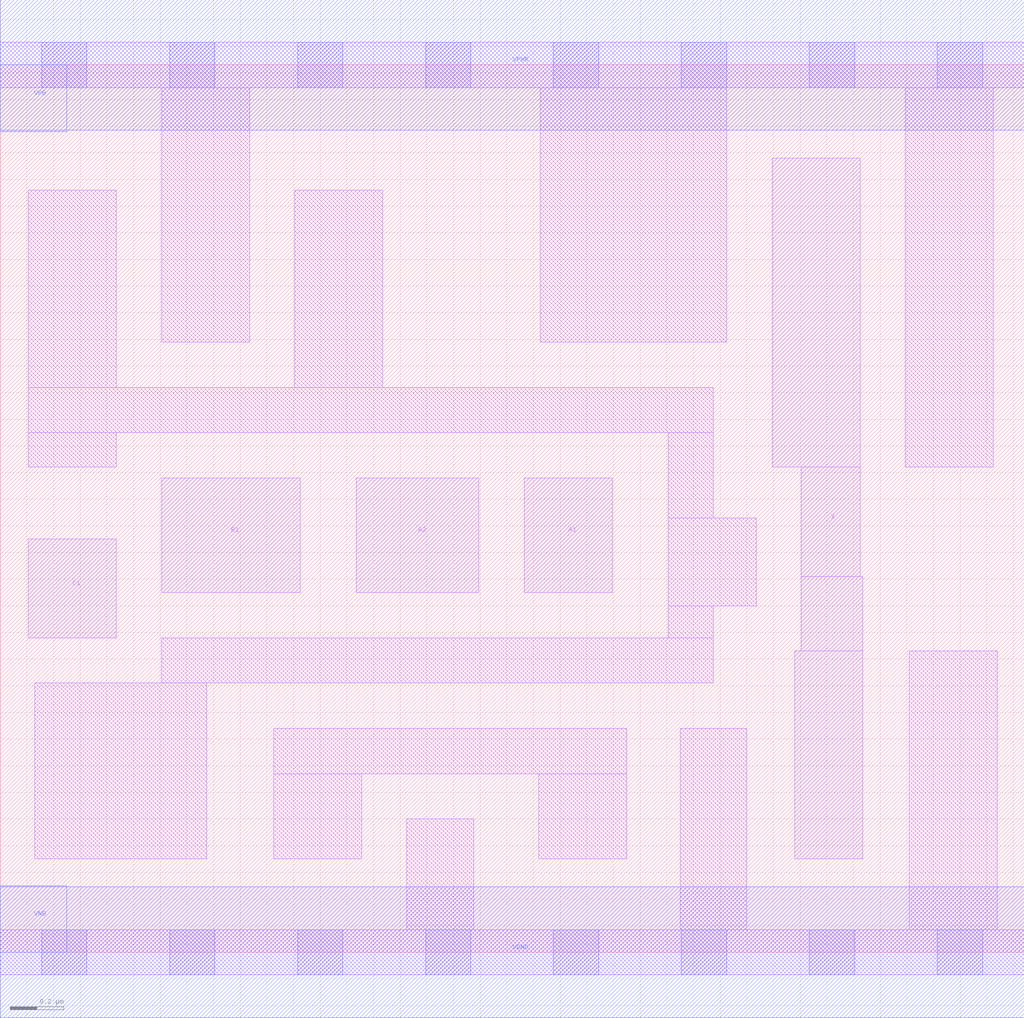
<source format=lef>
# Copyright 2020 The SkyWater PDK Authors
#
# Licensed under the Apache License, Version 2.0 (the "License");
# you may not use this file except in compliance with the License.
# You may obtain a copy of the License at
#
#     https://www.apache.org/licenses/LICENSE-2.0
#
# Unless required by applicable law or agreed to in writing, software
# distributed under the License is distributed on an "AS IS" BASIS,
# WITHOUT WARRANTIES OR CONDITIONS OF ANY KIND, either express or implied.
# See the License for the specific language governing permissions and
# limitations under the License.
#
# SPDX-License-Identifier: Apache-2.0

VERSION 5.5 ;
NAMESCASESENSITIVE ON ;
BUSBITCHARS "[]" ;
DIVIDERCHAR "/" ;
MACRO sky130_fd_sc_hs__o211a_2
  CLASS CORE ;
  SOURCE USER ;
  ORIGIN  0.000000  0.000000 ;
  SIZE  3.840000 BY  3.330000 ;
  SYMMETRY X Y ;
  SITE unit ;
  PIN A1
    ANTENNAGATEAREA  0.261000 ;
    DIRECTION INPUT ;
    USE SIGNAL ;
    PORT
      LAYER li1 ;
        RECT 1.965000 1.350000 2.295000 1.780000 ;
    END
  END A1
  PIN A2
    ANTENNAGATEAREA  0.261000 ;
    DIRECTION INPUT ;
    USE SIGNAL ;
    PORT
      LAYER li1 ;
        RECT 1.335000 1.350000 1.795000 1.780000 ;
    END
  END A2
  PIN B1
    ANTENNAGATEAREA  0.261000 ;
    DIRECTION INPUT ;
    USE SIGNAL ;
    PORT
      LAYER li1 ;
        RECT 0.605000 1.350000 1.125000 1.780000 ;
    END
  END B1
  PIN C1
    ANTENNAGATEAREA  0.261000 ;
    DIRECTION INPUT ;
    USE SIGNAL ;
    PORT
      LAYER li1 ;
        RECT 0.105000 1.180000 0.435000 1.550000 ;
    END
  END C1
  PIN X
    ANTENNADIFFAREA  0.543200 ;
    DIRECTION OUTPUT ;
    USE SIGNAL ;
    PORT
      LAYER li1 ;
        RECT 2.895000 1.820000 3.225000 2.980000 ;
        RECT 2.980000 0.350000 3.235000 1.130000 ;
        RECT 3.005000 1.130000 3.235000 1.410000 ;
        RECT 3.005000 1.410000 3.225000 1.820000 ;
    END
  END X
  PIN VGND
    DIRECTION INOUT ;
    USE GROUND ;
    PORT
      LAYER met1 ;
        RECT 0.000000 -0.245000 3.840000 0.245000 ;
    END
  END VGND
  PIN VNB
    DIRECTION INOUT ;
    USE GROUND ;
    PORT
      LAYER met1 ;
        RECT 0.000000 0.000000 0.250000 0.250000 ;
    END
  END VNB
  PIN VPB
    DIRECTION INOUT ;
    USE POWER ;
    PORT
      LAYER met1 ;
        RECT 0.000000 3.080000 0.250000 3.330000 ;
    END
  END VPB
  PIN VPWR
    DIRECTION INOUT ;
    USE POWER ;
    PORT
      LAYER met1 ;
        RECT 0.000000 3.085000 3.840000 3.575000 ;
    END
  END VPWR
  OBS
    LAYER li1 ;
      RECT 0.000000 -0.085000 3.840000 0.085000 ;
      RECT 0.000000  3.245000 3.840000 3.415000 ;
      RECT 0.105000  1.820000 0.435000 1.950000 ;
      RECT 0.105000  1.950000 2.675000 2.120000 ;
      RECT 0.105000  2.120000 0.435000 2.860000 ;
      RECT 0.130000  0.350000 0.775000 1.010000 ;
      RECT 0.605000  1.010000 2.675000 1.180000 ;
      RECT 0.605000  2.290000 0.935000 3.245000 ;
      RECT 1.025000  0.350000 1.355000 0.670000 ;
      RECT 1.025000  0.670000 2.350000 0.840000 ;
      RECT 1.105000  2.120000 1.435000 2.860000 ;
      RECT 1.525000  0.085000 1.775000 0.500000 ;
      RECT 2.020000  0.350000 2.350000 0.670000 ;
      RECT 2.025000  2.290000 2.725000 3.245000 ;
      RECT 2.505000  1.180000 2.675000 1.300000 ;
      RECT 2.505000  1.300000 2.835000 1.630000 ;
      RECT 2.505000  1.630000 2.675000 1.950000 ;
      RECT 2.550000  0.085000 2.800000 0.840000 ;
      RECT 3.395000  1.820000 3.725000 3.245000 ;
      RECT 3.410000  0.085000 3.740000 1.130000 ;
    LAYER mcon ;
      RECT 0.155000 -0.085000 0.325000 0.085000 ;
      RECT 0.155000  3.245000 0.325000 3.415000 ;
      RECT 0.635000 -0.085000 0.805000 0.085000 ;
      RECT 0.635000  3.245000 0.805000 3.415000 ;
      RECT 1.115000 -0.085000 1.285000 0.085000 ;
      RECT 1.115000  3.245000 1.285000 3.415000 ;
      RECT 1.595000 -0.085000 1.765000 0.085000 ;
      RECT 1.595000  3.245000 1.765000 3.415000 ;
      RECT 2.075000 -0.085000 2.245000 0.085000 ;
      RECT 2.075000  3.245000 2.245000 3.415000 ;
      RECT 2.555000 -0.085000 2.725000 0.085000 ;
      RECT 2.555000  3.245000 2.725000 3.415000 ;
      RECT 3.035000 -0.085000 3.205000 0.085000 ;
      RECT 3.035000  3.245000 3.205000 3.415000 ;
      RECT 3.515000 -0.085000 3.685000 0.085000 ;
      RECT 3.515000  3.245000 3.685000 3.415000 ;
  END
END sky130_fd_sc_hs__o211a_2
END LIBRARY

</source>
